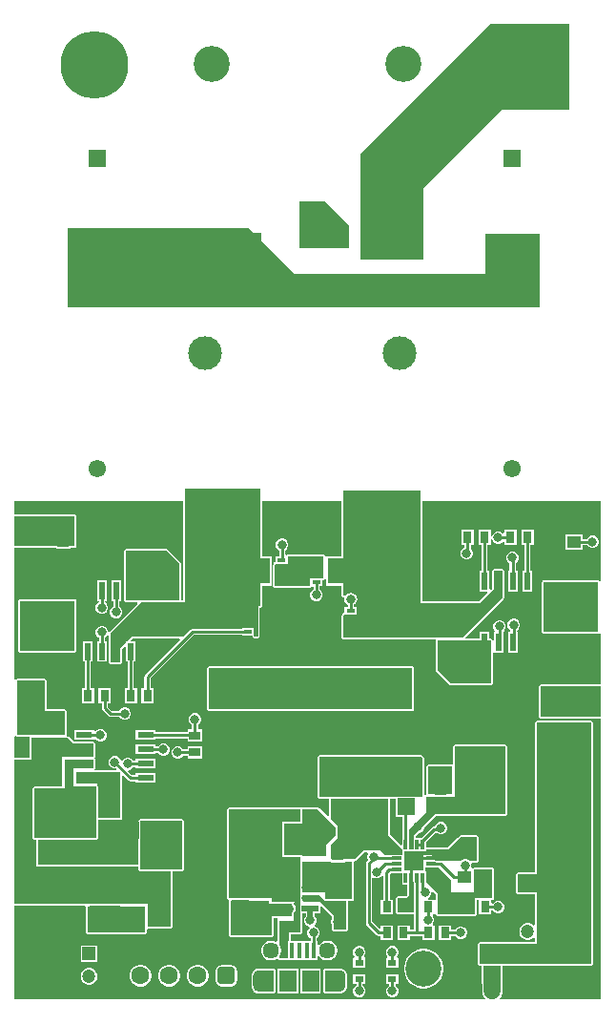
<source format=gbr>
G04*
G04 #@! TF.GenerationSoftware,Altium Limited,Altium Designer,24.6.1 (21)*
G04*
G04 Layer_Physical_Order=1*
G04 Layer_Color=255*
%FSLAX25Y25*%
%MOIN*%
G70*
G04*
G04 #@! TF.SameCoordinates,3E969972-8C0A-4DBC-9D31-E8772DB7AAD8*
G04*
G04*
G04 #@! TF.FilePolarity,Positive*
G04*
G01*
G75*
%ADD14C,0.01000*%
%ADD16C,0.01968*%
%ADD17R,0.04921X0.04803*%
%ADD18R,0.06614X0.06614*%
%ADD19R,0.01181X0.03543*%
%ADD20R,0.03543X0.01181*%
%ADD21R,0.07500X0.10984*%
%ADD22R,0.04758X0.03985*%
%ADD23R,0.03985X0.04758*%
%ADD24R,0.05906X0.06102*%
%ADD25R,0.01575X0.05315*%
%ADD26R,0.05906X0.07480*%
G04:AMPARAMS|DCode=27|XSize=59.26mil|YSize=22.43mil|CornerRadius=11.22mil|HoleSize=0mil|Usage=FLASHONLY|Rotation=180.000|XOffset=0mil|YOffset=0mil|HoleType=Round|Shape=RoundedRectangle|*
%AMROUNDEDRECTD27*
21,1,0.05926,0.00000,0,0,180.0*
21,1,0.03683,0.02243,0,0,180.0*
1,1,0.02243,-0.01841,0.00000*
1,1,0.02243,0.01841,0.00000*
1,1,0.02243,0.01841,0.00000*
1,1,0.02243,-0.01841,0.00000*
%
%ADD27ROUNDEDRECTD27*%
%ADD28R,0.05926X0.02243*%
%ADD29R,0.06102X0.05906*%
%ADD30R,0.10630X0.12992*%
%ADD31R,0.10630X0.03937*%
%ADD32R,0.03937X0.03150*%
%ADD33R,0.05750X0.02200*%
%ADD34R,0.03150X0.02362*%
%ADD35R,0.22047X0.05118*%
%ADD36R,0.03150X0.03937*%
%ADD37R,0.02362X0.03150*%
%ADD38R,0.09449X0.05118*%
%ADD39R,0.25591X0.24410*%
%ADD40R,0.02200X0.05900*%
%ADD41R,0.03150X0.01339*%
%ADD42R,0.02559X0.01339*%
%ADD43R,0.06732X0.09016*%
%ADD44R,0.09300X0.21200*%
%ADD45C,0.05709*%
%ADD46R,0.04724X0.04724*%
%ADD47C,0.04724*%
%ADD48C,0.06299*%
G04:AMPARAMS|DCode=49|XSize=62.99mil|YSize=62.99mil|CornerRadius=15.75mil|HoleSize=0mil|Usage=FLASHONLY|Rotation=180.000|XOffset=0mil|YOffset=0mil|HoleType=Round|Shape=RoundedRectangle|*
%AMROUNDEDRECTD49*
21,1,0.06299,0.03150,0,0,180.0*
21,1,0.03150,0.06299,0,0,180.0*
1,1,0.03150,-0.01575,0.01575*
1,1,0.03150,0.01575,0.01575*
1,1,0.03150,0.01575,-0.01575*
1,1,0.03150,-0.01575,-0.01575*
%
%ADD49ROUNDEDRECTD49*%
%ADD50C,0.12598*%
%ADD51C,0.23622*%
%ADD52R,0.06102X0.06102*%
%ADD53C,0.06102*%
%ADD54C,0.11811*%
%ADD55C,0.03150*%
%ADD56C,0.05906*%
%ADD57C,0.07874*%
G36*
X369000Y458347D02*
Y450347D01*
X351500D01*
Y466847D01*
X360500D01*
X369000Y458347D01*
D02*
G37*
G36*
X446000Y498846D02*
X422500D01*
X395000Y471347D01*
Y446347D01*
X373000D01*
Y483347D01*
X418500Y528847D01*
X446000D01*
Y498846D01*
D02*
G37*
G36*
X350000Y441347D02*
X416500Y441347D01*
Y455346D01*
X435500D01*
Y429846D01*
X270500D01*
Y457346D01*
X334000D01*
X350000Y441347D01*
D02*
G37*
G36*
X273000Y346346D02*
X252000D01*
Y356846D01*
X273000D01*
Y346346D01*
D02*
G37*
G36*
X457000Y334282D02*
X456500Y334183D01*
X456452Y334298D01*
X456000Y334486D01*
X455142D01*
X455037Y334442D01*
X447963D01*
X447858Y334486D01*
X437000D01*
X436664Y334347D01*
X436548Y334298D01*
X436361Y333846D01*
Y316347D01*
X436548Y315895D01*
X437000Y315707D01*
X456000D01*
X456452Y315895D01*
X456500Y316010D01*
X457000Y315911D01*
Y315347D01*
Y298346D01*
Y297986D01*
X443338D01*
Y298133D01*
X438172D01*
Y297986D01*
X436000D01*
X435548Y297798D01*
X435361Y297346D01*
Y286846D01*
X435548Y286395D01*
X436000Y286207D01*
X457000D01*
Y188000D01*
X421688D01*
X421577Y188325D01*
X421548Y188500D01*
X422095Y189213D01*
X422452Y190075D01*
X422574Y191000D01*
Y193413D01*
X422642D01*
Y199707D01*
X453500D01*
X453952Y199894D01*
X454139Y200346D01*
Y284846D01*
X453952Y285298D01*
X453500Y285486D01*
X434500D01*
X434048Y285298D01*
X433861Y284846D01*
Y277346D01*
Y245182D01*
X433910Y245065D01*
Y244938D01*
X433947Y244847D01*
X434000D01*
Y233347D01*
X433947D01*
X433910Y233255D01*
Y233128D01*
X433861Y233010D01*
Y232486D01*
X428000D01*
X427548Y232298D01*
X427361Y231846D01*
Y225346D01*
X427548Y224894D01*
X428000Y224707D01*
X433861D01*
Y214160D01*
X433361Y213953D01*
X433167Y214146D01*
X432494Y214535D01*
X431743Y214736D01*
X430966D01*
X430215Y214535D01*
X429541Y214146D01*
X428992Y213597D01*
X428603Y212923D01*
X428402Y212172D01*
Y211395D01*
X428603Y210644D01*
X428992Y209970D01*
X429541Y209421D01*
X430215Y209032D01*
X430966Y208831D01*
X431743D01*
X432494Y209032D01*
X433167Y209421D01*
X433361Y209614D01*
X433861Y209407D01*
Y207986D01*
X414500D01*
X414048Y207799D01*
X413861Y207347D01*
Y200346D01*
X414048Y199894D01*
X414500Y199707D01*
X415358D01*
Y193413D01*
X415426D01*
Y191000D01*
X415548Y190075D01*
X415905Y189213D01*
X416452Y188500D01*
X416423Y188325D01*
X416312Y188000D01*
X252000D01*
Y220861D01*
X276570D01*
X276904Y220361D01*
X276871Y220283D01*
Y220156D01*
X276823Y220038D01*
X276861Y219946D01*
Y211500D01*
X277048Y211048D01*
X277500Y210861D01*
X297500D01*
X297952Y211048D01*
X298139Y211500D01*
Y212620D01*
X298500Y212861D01*
X306500D01*
X306952Y213048D01*
X307139Y213500D01*
Y224006D01*
X307165Y224069D01*
Y224931D01*
X307139Y224994D01*
Y232861D01*
X310500D01*
X310952Y233048D01*
X311139Y233500D01*
Y250500D01*
X310952Y250952D01*
X310500Y251139D01*
X296000D01*
X295548Y250952D01*
X295361Y250500D01*
Y243358D01*
Y235139D01*
X289520D01*
X289510Y235135D01*
X277718D01*
X277709Y235139D01*
X260139D01*
Y243861D01*
X280500D01*
X280952Y244048D01*
X281139Y244500D01*
Y250707D01*
X289000D01*
X289452Y250894D01*
X289639Y251346D01*
Y265982D01*
X290101Y266173D01*
X291714Y264560D01*
X291714Y264560D01*
X292074Y264319D01*
X292500Y264234D01*
X294260D01*
Y263656D01*
X301190D01*
Y267037D01*
X294260D01*
Y266458D01*
X292961D01*
X291700Y267719D01*
X291891Y268181D01*
X291931D01*
X292727Y268511D01*
X293336Y269120D01*
X293383Y269234D01*
X294260D01*
Y268656D01*
X301190D01*
Y272037D01*
X294260D01*
Y271458D01*
X293383D01*
X293336Y271573D01*
X292727Y272182D01*
X291931Y272512D01*
X291069D01*
X290273Y272182D01*
X289664Y271573D01*
X289624Y271476D01*
X289083D01*
X288836Y272073D01*
X288227Y272682D01*
X287431Y273012D01*
X286569D01*
X285773Y272682D01*
X285164Y272073D01*
X284835Y271277D01*
Y270416D01*
X285164Y269620D01*
X285773Y269011D01*
X286569Y268681D01*
X287407D01*
X287544Y268548D01*
X287597Y268486D01*
X287366Y267986D01*
X280196D01*
X279990Y268486D01*
X280139Y268847D01*
Y271847D01*
X280109Y271919D01*
X279968Y272346D01*
X280109Y272775D01*
X280139Y272847D01*
Y277346D01*
X279952Y277799D01*
X279500Y277986D01*
X272765D01*
X270952Y279799D01*
X270526Y279975D01*
X270298Y280108D01*
X270139Y280346D01*
Y288846D01*
X269952Y289299D01*
X269500Y289486D01*
X263139D01*
Y299346D01*
X262952Y299798D01*
X262500Y299986D01*
X253000D01*
X252548Y299798D01*
X252500Y299682D01*
X252000Y299782D01*
Y327847D01*
Y345346D01*
Y345707D01*
X266417D01*
Y345534D01*
X271583D01*
Y345707D01*
X273000D01*
X273452Y345895D01*
X273639Y346346D01*
Y356846D01*
X273452Y357298D01*
X273000Y357486D01*
X252000D01*
Y362000D01*
X310861D01*
Y327486D01*
X310139D01*
X310139Y340347D01*
X309952Y340798D01*
X305452Y345298D01*
X305000Y345486D01*
X291000Y345486D01*
X290548Y345299D01*
X290361Y344847D01*
Y327346D01*
X290548Y326894D01*
X291000Y326707D01*
X294804D01*
X294995Y326245D01*
X285165Y316416D01*
X284665Y316582D01*
Y316777D01*
X284336Y317573D01*
X283727Y318182D01*
X282931Y318512D01*
X282069D01*
X281273Y318182D01*
X280664Y317573D01*
X280335Y316777D01*
Y315916D01*
X280664Y315120D01*
X281273Y314511D01*
X281388Y314463D01*
Y313069D01*
X280809D01*
Y305988D01*
X284191D01*
Y313069D01*
X283612D01*
Y314463D01*
X283727Y314511D01*
X284336Y315120D01*
X284361Y315180D01*
X284861Y315081D01*
Y305847D01*
X285048Y305395D01*
X285500Y305207D01*
X289000D01*
X289452Y305395D01*
X289639Y305847D01*
Y310582D01*
X290348Y311290D01*
X290809Y311099D01*
Y305988D01*
X291388D01*
Y296737D01*
X290382D01*
Y291619D01*
X294713D01*
Y296737D01*
X293612D01*
Y305988D01*
X294191D01*
Y313069D01*
X292780D01*
X292588Y313531D01*
X293265Y314207D01*
X309635D01*
X309826Y313745D01*
X297667Y301586D01*
X297426Y301225D01*
X297341Y300799D01*
X297341Y300799D01*
Y296737D01*
X296287D01*
Y291619D01*
X300618D01*
Y296737D01*
X299565D01*
Y300339D01*
X314622Y315396D01*
X331374D01*
Y315248D01*
X335066D01*
X335131Y315091D01*
X335155Y314923D01*
X335392Y314521D01*
X335459Y314471D01*
X335490Y314394D01*
X335648Y314329D01*
X335784Y314227D01*
X335866Y314239D01*
X335942Y314207D01*
X336806D01*
X336882Y314239D01*
X336965Y314227D01*
X337101Y314329D01*
X337258Y314394D01*
X337289Y314471D01*
X337356Y314521D01*
X337593Y314923D01*
X337617Y315091D01*
X337683Y315248D01*
Y324806D01*
X338000D01*
X338452Y324993D01*
X338639Y325445D01*
Y332583D01*
X341808D01*
Y342780D01*
X338639D01*
Y362000D01*
X366361D01*
Y342780D01*
X361101D01*
X360909Y342808D01*
X360558Y343041D01*
X360452Y343299D01*
X360000Y343486D01*
X347950D01*
X347907Y343468D01*
X347861Y343479D01*
X347389Y343413D01*
X347214Y343310D01*
X347112Y343268D01*
X346612Y343472D01*
Y344963D01*
X346727Y345011D01*
X347336Y345620D01*
X347665Y346416D01*
Y347277D01*
X347336Y348073D01*
X346727Y348682D01*
X345931Y349012D01*
X345069D01*
X344273Y348682D01*
X343664Y348073D01*
X343335Y347277D01*
Y346416D01*
X343664Y345620D01*
X344273Y345011D01*
X344388Y344963D01*
Y342780D01*
X343147D01*
Y340900D01*
X343010Y340843D01*
X342862Y340832D01*
X342793Y340753D01*
X342695Y340712D01*
X342638Y340575D01*
X342541Y340463D01*
X342394Y340024D01*
X342401Y339919D01*
X342361Y339821D01*
Y332347D01*
X342548Y331894D01*
X343000Y331707D01*
X354879D01*
X355036Y331772D01*
X355204Y331796D01*
X355605Y332033D01*
X355656Y332099D01*
X355733Y332131D01*
X356186Y332194D01*
X356303Y332166D01*
X356388Y332090D01*
Y331230D01*
X356273Y331182D01*
X355664Y330573D01*
X355335Y329777D01*
Y328916D01*
X355664Y328120D01*
X356273Y327511D01*
X357069Y327181D01*
X357931D01*
X358727Y327511D01*
X359336Y328120D01*
X359665Y328916D01*
Y329777D01*
X359336Y330573D01*
X358727Y331182D01*
X358612Y331230D01*
Y332583D01*
X359612D01*
Y334464D01*
X359789Y334537D01*
X359976Y334578D01*
X360364Y334847D01*
X360397Y334897D01*
X360452Y334920D01*
X360950Y334816D01*
Y332583D01*
X366361D01*
Y329132D01*
X366373Y329102D01*
X366364Y329070D01*
X366465Y328880D01*
X366548Y328680D01*
X366579Y328668D01*
X366594Y328638D01*
X366694Y328557D01*
X366710Y328552D01*
X366718Y328538D01*
X366884Y328496D01*
X367187Y328349D01*
X367295Y328071D01*
X367335Y327934D01*
Y327416D01*
X367664Y326620D01*
X368273Y326011D01*
X368388Y325963D01*
Y325106D01*
X367335D01*
Y323689D01*
X367310Y323225D01*
X367098Y323128D01*
X366883Y323039D01*
X366878Y323026D01*
X366866Y323021D01*
X366531Y322659D01*
X366450Y322441D01*
X366361Y322225D01*
Y314347D01*
X366548Y313895D01*
X367000Y313707D01*
X399120D01*
X399361Y313347D01*
Y302847D01*
X399548Y302395D01*
X404048Y297895D01*
X404500Y297707D01*
X418500D01*
X418952Y297895D01*
X419139Y298346D01*
Y309106D01*
X419564Y309287D01*
X419639Y309287D01*
X422945D01*
Y316368D01*
X422945Y316368D01*
X422945D01*
X422945Y316368D01*
X423043Y316828D01*
X423336Y317120D01*
X423665Y317916D01*
Y318777D01*
X423336Y319573D01*
X422727Y320182D01*
X421931Y320512D01*
X421069D01*
X420273Y320182D01*
X419664Y319573D01*
X419335Y318777D01*
Y317916D01*
X419664Y317120D01*
X419916Y316868D01*
X419709Y316368D01*
X419564D01*
Y313627D01*
X419064Y313527D01*
X418952Y313798D01*
X418500Y313986D01*
X417945D01*
Y316368D01*
X414564D01*
Y313986D01*
X409696D01*
X409505Y314448D01*
X422952Y327894D01*
X423139Y328346D01*
Y337846D01*
X422952Y338299D01*
X422500Y338486D01*
X419500D01*
X419048Y338299D01*
X418861Y337846D01*
Y331611D01*
X418407Y331158D01*
X417945Y331349D01*
Y337668D01*
X417367D01*
Y346919D01*
X418373D01*
Y348724D01*
X418873Y348823D01*
X419164Y348120D01*
X419773Y347511D01*
X420569Y347181D01*
X421431D01*
X422227Y347511D01*
X422637Y347921D01*
X423137Y347714D01*
Y346919D01*
X427468D01*
Y352037D01*
X423137D01*
Y350979D01*
X422637Y350772D01*
X422227Y351182D01*
X421431Y351512D01*
X420569D01*
X419773Y351182D01*
X419164Y350573D01*
X418873Y349870D01*
X418373Y349969D01*
Y352037D01*
X414042D01*
Y346919D01*
X415143D01*
Y337668D01*
X414564D01*
Y330587D01*
X417183D01*
X417375Y330125D01*
X414235Y326986D01*
X394639D01*
Y362000D01*
X457000D01*
Y334282D01*
D02*
G37*
G36*
X456000Y316347D02*
X437000D01*
Y333846D01*
X447858D01*
Y333803D01*
X455142D01*
Y333846D01*
X456000D01*
Y316347D01*
D02*
G37*
G36*
X360000Y335372D02*
X359612Y335103D01*
X355281D01*
Y332583D01*
X354879Y332347D01*
X343000D01*
Y339821D01*
X343147Y340260D01*
X347478D01*
Y342780D01*
X347950Y342846D01*
X360000D01*
Y335372D01*
D02*
G37*
G36*
X305000Y344847D02*
X309500Y340347D01*
X309500Y327346D01*
X291000D01*
Y344847D01*
X305000Y344847D01*
D02*
G37*
G36*
X338000Y325445D02*
X337043D01*
Y315248D01*
X336806Y314846D01*
X335942D01*
X335705Y315248D01*
Y317768D01*
X331374D01*
Y317620D01*
X314161D01*
X313736Y317535D01*
X313375Y317294D01*
X313375Y317294D01*
X310928Y314846D01*
X293000D01*
X291222Y313069D01*
X290809D01*
Y312656D01*
X289000Y310846D01*
Y305847D01*
X285500D01*
Y315846D01*
X296361Y326707D01*
X309500D01*
X309836Y326847D01*
X311500D01*
Y366347D01*
X338000D01*
Y325445D01*
D02*
G37*
G36*
X394000Y326346D02*
X414500D01*
X419500Y331347D01*
Y337846D01*
X422500D01*
Y328346D01*
X408500Y314347D01*
X367000D01*
Y322225D01*
X367335Y322587D01*
X367500Y322587D01*
X371665D01*
Y325106D01*
X370612D01*
Y325985D01*
X371061Y326285D01*
X371540Y327002D01*
X371708Y327847D01*
X371540Y328691D01*
X371061Y329408D01*
X370345Y329886D01*
X369500Y330054D01*
X368655Y329886D01*
X367939Y329408D01*
X367767Y329150D01*
X367099Y329051D01*
X367000Y329132D01*
Y365846D01*
X394000D01*
Y326346D01*
D02*
G37*
G36*
X418500Y298346D02*
X404500D01*
X400000Y302847D01*
Y313347D01*
X418500D01*
Y298346D01*
D02*
G37*
G36*
X457000Y286846D02*
X436000D01*
Y297346D01*
X457000D01*
Y286846D01*
D02*
G37*
G36*
X262500Y288846D02*
X269500D01*
Y280346D01*
X253000D01*
Y299346D01*
X262500D01*
Y288846D01*
D02*
G37*
G36*
X252548Y279894D02*
X253000Y279707D01*
X257120D01*
X257361Y279346D01*
Y272486D01*
X252000D01*
Y279911D01*
X252500Y280010D01*
X252548Y279894D01*
D02*
G37*
G36*
X289000Y267274D02*
Y251346D01*
X281139D01*
Y262347D01*
X281000Y262683D01*
Y263347D01*
X273500D01*
Y267347D01*
X288928D01*
X289000Y267274D01*
D02*
G37*
G36*
X279296Y271847D02*
X279500D01*
Y268847D01*
X272500D01*
Y262347D01*
X280500D01*
Y244500D01*
X259000D01*
Y261846D01*
X269500D01*
Y271847D01*
X269521Y271868D01*
X279274D01*
X279296Y271847D01*
D02*
G37*
G36*
X310500Y233500D02*
X296000D01*
Y243358D01*
Y250500D01*
X310500D01*
Y233500D01*
D02*
G37*
G36*
X272500Y277346D02*
X279500D01*
Y272847D01*
X268500D01*
Y262486D01*
X259000D01*
X258548Y262298D01*
X258361Y261846D01*
Y244500D01*
X258548Y244048D01*
X259000Y243861D01*
X259500D01*
Y234500D01*
X277709D01*
Y234496D01*
X289520D01*
Y234500D01*
X295361D01*
Y233500D01*
X295500Y233164D01*
Y233000D01*
X295664D01*
X296000Y232861D01*
X306500D01*
Y213500D01*
X298500D01*
Y221500D01*
X289520D01*
Y221504D01*
X277709D01*
Y221500D01*
X252000D01*
Y271847D01*
X258000D01*
Y279346D01*
X270500D01*
X272500Y277346D01*
D02*
G37*
G36*
X297500Y211500D02*
X277500D01*
Y220000D01*
X277462Y220038D01*
X277653Y220500D01*
X297500D01*
Y211500D01*
D02*
G37*
G36*
X453500Y200346D02*
X422642D01*
Y200500D01*
X419232D01*
X419000Y200531D01*
X418768Y200500D01*
X415358D01*
Y200346D01*
X414500D01*
Y207347D01*
X434500D01*
Y225346D01*
X428000D01*
Y231846D01*
X434500D01*
Y233010D01*
X434639Y233347D01*
Y244847D01*
X434500Y245182D01*
Y277346D01*
Y284846D01*
X453500D01*
Y200346D01*
D02*
G37*
%LPC*%
G36*
X450626Y350429D02*
X444688D01*
Y345264D01*
X450626D01*
Y346734D01*
X452117D01*
X452164Y346620D01*
X452773Y346011D01*
X453569Y345681D01*
X454431D01*
X455227Y346011D01*
X455836Y346620D01*
X456165Y347416D01*
Y348277D01*
X455836Y349073D01*
X455227Y349682D01*
X454431Y350012D01*
X453569D01*
X452773Y349682D01*
X452164Y349073D01*
X452117Y348958D01*
X450626D01*
Y350429D01*
D02*
G37*
G36*
X412468Y352037D02*
X408137D01*
Y346919D01*
X409190D01*
Y345855D01*
X408773Y345682D01*
X408164Y345073D01*
X407835Y344277D01*
Y343416D01*
X408164Y342620D01*
X408773Y342011D01*
X409569Y341681D01*
X410431D01*
X411227Y342011D01*
X411836Y342620D01*
X412165Y343416D01*
Y344277D01*
X411836Y345073D01*
X411414Y345495D01*
Y346919D01*
X412468D01*
Y352037D01*
D02*
G37*
G36*
X433373D02*
X429042D01*
Y346919D01*
X430143D01*
Y337668D01*
X429564D01*
Y330587D01*
X432945D01*
Y337668D01*
X432367D01*
Y346919D01*
X433373D01*
Y350847D01*
Y352037D01*
D02*
G37*
G36*
X426431Y344512D02*
X425569D01*
X424773Y344182D01*
X424164Y343573D01*
X423835Y342777D01*
Y341916D01*
X424164Y341120D01*
X424773Y340511D01*
X425015Y340410D01*
Y337668D01*
X424564D01*
Y330587D01*
X427946D01*
Y337668D01*
X427239D01*
Y340524D01*
X427836Y341120D01*
X428165Y341916D01*
Y342777D01*
X427836Y343573D01*
X427227Y344182D01*
X426431Y344512D01*
D02*
G37*
G36*
X284191Y334369D02*
X280809D01*
Y327847D01*
Y327288D01*
X281388D01*
Y326730D01*
X281273Y326682D01*
X280664Y326073D01*
X280335Y325277D01*
Y324416D01*
X280664Y323620D01*
X281273Y323011D01*
X282069Y322681D01*
X282931D01*
X283727Y323011D01*
X284336Y323620D01*
X284665Y324416D01*
Y325277D01*
X284336Y326073D01*
X283727Y326682D01*
X283612Y326730D01*
Y327288D01*
X284191D01*
Y334244D01*
Y334369D01*
D02*
G37*
G36*
X289191D02*
X285809D01*
Y327288D01*
X286388D01*
Y325230D01*
X286273Y325182D01*
X285664Y324573D01*
X285335Y323777D01*
Y322916D01*
X285664Y322120D01*
X286273Y321511D01*
X287069Y321181D01*
X287931D01*
X288727Y321511D01*
X289336Y322120D01*
X289665Y322916D01*
Y323777D01*
X289336Y324573D01*
X288727Y325182D01*
X288612Y325230D01*
Y327288D01*
X289191D01*
Y334369D01*
D02*
G37*
G36*
X426931Y321012D02*
X426069D01*
X425273Y320682D01*
X424664Y320073D01*
X424335Y319277D01*
Y318416D01*
X424664Y317620D01*
X425266Y317019D01*
Y316368D01*
X424564D01*
Y309704D01*
Y309287D01*
X427946D01*
Y315347D01*
Y316368D01*
X427489D01*
Y316913D01*
X427727Y317011D01*
X428336Y317620D01*
X428665Y318416D01*
Y319277D01*
X428336Y320073D01*
X427727Y320682D01*
X426931Y321012D01*
D02*
G37*
G36*
X273000Y327847D02*
X254000D01*
X253548Y327659D01*
X253361Y327207D01*
Y309846D01*
X253548Y309395D01*
X254000Y309207D01*
X273000D01*
X273452Y309395D01*
X273639Y309846D01*
Y327207D01*
X273452Y327659D01*
X273000Y327847D01*
D02*
G37*
G36*
X279190Y313069D02*
X275810D01*
Y305988D01*
X276388D01*
Y296737D01*
X275429D01*
Y292347D01*
Y291619D01*
X279760D01*
Y296737D01*
X278612D01*
Y305988D01*
X279190D01*
Y313069D01*
D02*
G37*
G36*
X391000Y304486D02*
X320000D01*
X319548Y304298D01*
X319361Y303847D01*
Y289347D01*
X319548Y288895D01*
X320000Y288707D01*
X391000D01*
X391452Y288895D01*
X391639Y289347D01*
Y303847D01*
X391452Y304298D01*
X391000Y304486D01*
D02*
G37*
G36*
X285665Y296737D02*
X281335D01*
Y291619D01*
X282388D01*
Y289846D01*
X282388Y289846D01*
X282473Y289421D01*
X282714Y289060D01*
X284714Y287060D01*
X284714Y287060D01*
X285074Y286819D01*
X285500Y286735D01*
X285500Y286735D01*
X288617D01*
X288664Y286620D01*
X289273Y286011D01*
X290069Y285681D01*
X290931D01*
X291727Y286011D01*
X292336Y286620D01*
X292665Y287416D01*
Y288277D01*
X292336Y289073D01*
X291727Y289682D01*
X290931Y290012D01*
X290069D01*
X289273Y289682D01*
X288664Y289073D01*
X288617Y288958D01*
X285961D01*
X284612Y290307D01*
Y291619D01*
X285665D01*
Y296737D01*
D02*
G37*
G36*
X282431Y282512D02*
X281569D01*
X280773Y282182D01*
X280241Y281649D01*
X279880Y281727D01*
X279741Y281803D01*
Y282037D01*
X272810D01*
Y278656D01*
X279741D01*
Y278890D01*
X279880Y278966D01*
X280241Y279044D01*
X280773Y278511D01*
X281569Y278181D01*
X282431D01*
X283227Y278511D01*
X283836Y279120D01*
X284165Y279916D01*
Y280777D01*
X283836Y281573D01*
X283227Y282182D01*
X282431Y282512D01*
D02*
G37*
G36*
X315431Y288012D02*
X314569D01*
X313773Y287682D01*
X313164Y287073D01*
X312835Y286277D01*
Y285416D01*
X313164Y284620D01*
X313773Y284011D01*
X313888Y283963D01*
Y282465D01*
X312441D01*
Y281458D01*
X301190D01*
Y282037D01*
X294260D01*
Y278656D01*
X301190D01*
Y279235D01*
X312441D01*
Y278134D01*
X317559D01*
Y282465D01*
X316112D01*
Y283963D01*
X316227Y284011D01*
X316836Y284620D01*
X317165Y285416D01*
Y286277D01*
X316836Y287073D01*
X316227Y287682D01*
X315431Y288012D01*
D02*
G37*
G36*
X304431Y277512D02*
X303569D01*
X302773Y277182D01*
X302164Y276573D01*
X302117Y276458D01*
X301190D01*
Y277037D01*
X294260D01*
Y273656D01*
X301190D01*
Y274235D01*
X302117D01*
X302164Y274120D01*
X302773Y273511D01*
X303569Y273181D01*
X304431D01*
X305227Y273511D01*
X305836Y274120D01*
X306165Y274916D01*
Y275777D01*
X305836Y276573D01*
X305227Y277182D01*
X304431Y277512D01*
D02*
G37*
G36*
X317559Y276559D02*
X312441D01*
Y275458D01*
X310883D01*
X310836Y275573D01*
X310227Y276182D01*
X309431Y276512D01*
X308569D01*
X307773Y276182D01*
X307164Y275573D01*
X306835Y274777D01*
Y273916D01*
X307164Y273120D01*
X307773Y272511D01*
X308569Y272181D01*
X309431D01*
X310227Y272511D01*
X310836Y273120D01*
X310883Y273235D01*
X312441D01*
Y272228D01*
X317559D01*
Y276559D01*
D02*
G37*
G36*
X423500Y276986D02*
X406000D01*
X405548Y276799D01*
X405361Y276346D01*
Y270227D01*
X405000Y269986D01*
X396500D01*
X396048Y269798D01*
X395861Y269346D01*
Y259846D01*
X395583Y259360D01*
X395139Y259543D01*
Y272346D01*
X394952Y272798D01*
X394452Y273299D01*
X394000Y273486D01*
X358500D01*
X358048Y273299D01*
X357861Y272847D01*
Y258846D01*
X358048Y258395D01*
X358500Y258207D01*
X361861D01*
Y252197D01*
X361399Y252005D01*
X358452Y254952D01*
X358000Y255139D01*
X352639D01*
X352320Y255007D01*
X352000Y255139D01*
X327000D01*
X326548Y254952D01*
X326361Y254500D01*
Y223500D01*
X326548Y223048D01*
X326861Y222500D01*
Y210500D01*
X327048Y210048D01*
X327500Y209861D01*
X342000D01*
X342452Y210048D01*
X342639Y210500D01*
Y216361D01*
X343804D01*
X344010Y215861D01*
X343861Y215500D01*
Y208444D01*
X343361Y208156D01*
X342987Y208371D01*
X342111Y208606D01*
X341204D01*
X340328Y208371D01*
X339542Y207918D01*
X338901Y207277D01*
X338447Y206491D01*
X338213Y205615D01*
Y204708D01*
X338447Y203832D01*
X338901Y203046D01*
X339542Y202405D01*
X340328Y201951D01*
X341204Y201716D01*
X342111D01*
X342987Y201951D01*
X343439Y202212D01*
X344048Y202048D01*
X344500Y201861D01*
X347563D01*
X347690Y201913D01*
X357996D01*
Y203068D01*
X358496Y203202D01*
X358586Y203046D01*
X359227Y202405D01*
X360013Y201951D01*
X360889Y201716D01*
X361796D01*
X362672Y201951D01*
X363458Y202405D01*
X364099Y203046D01*
X364553Y203832D01*
X364787Y204708D01*
Y205615D01*
X364553Y206491D01*
X364099Y207277D01*
X363458Y207918D01*
X362672Y208371D01*
X361796Y208606D01*
X360889D01*
X360013Y208371D01*
X359227Y207918D01*
X358586Y207277D01*
X358496Y207121D01*
X357996Y207255D01*
Y208410D01*
X357671D01*
Y209488D01*
X357727Y209511D01*
X358336Y210120D01*
X358665Y210916D01*
Y211777D01*
X358336Y212573D01*
X357727Y213182D01*
X356931Y213512D01*
X356747Y214012D01*
X357172Y214437D01*
X357502Y215233D01*
Y216094D01*
X357172Y216890D01*
X356942Y217120D01*
Y218048D01*
X358890D01*
Y220553D01*
X359352Y220744D01*
X362861Y217235D01*
Y216170D01*
X362617Y215582D01*
Y214720D01*
X362861Y214132D01*
Y212500D01*
X363048Y212048D01*
X363500Y211861D01*
X368000D01*
X368452Y212048D01*
X368639Y212500D01*
Y222361D01*
X370000D01*
X370452Y222548D01*
X370639Y223000D01*
Y236000D01*
X370798Y236238D01*
X371026Y236372D01*
X371452Y236548D01*
X374265Y239361D01*
X375210D01*
X375479Y238861D01*
X375231Y238261D01*
Y237400D01*
X375448Y236874D01*
X375048Y236474D01*
X374807Y236113D01*
X374723Y235688D01*
X374723Y235688D01*
Y214665D01*
X374723Y214665D01*
X374807Y214240D01*
X375048Y213879D01*
X378367Y210560D01*
X378367Y210560D01*
X378728Y210319D01*
X379153Y210234D01*
X379154Y210234D01*
X379882D01*
Y208787D01*
X384213D01*
Y213906D01*
X379882D01*
Y212898D01*
X379382Y212691D01*
X376947Y215126D01*
Y230338D01*
X377447Y230593D01*
X378069Y230335D01*
X378931D01*
X379727Y230664D01*
X380336Y231273D01*
X380388Y231400D01*
X380888Y231300D01*
Y222905D01*
X379882D01*
Y217787D01*
X384213D01*
Y222905D01*
X383112D01*
Y231886D01*
X383433Y232207D01*
X385598D01*
X385598Y232207D01*
X385706Y232228D01*
X387461D01*
Y228095D01*
X389361D01*
Y224611D01*
X388735Y223986D01*
X386000D01*
X385548Y223798D01*
X385361Y223346D01*
Y218347D01*
X385548Y217895D01*
X385787Y217795D01*
Y217787D01*
X385806D01*
X386000Y217707D01*
X391467D01*
Y212458D01*
X390118D01*
Y213906D01*
X385787D01*
Y208787D01*
X390118D01*
Y210234D01*
X394382D01*
Y208787D01*
X398713D01*
Y213906D01*
X398328D01*
X398121Y214405D01*
X398336Y214620D01*
X398665Y215416D01*
Y216277D01*
X398336Y217073D01*
X398121Y217287D01*
X398328Y217787D01*
X398713D01*
Y222905D01*
X396572D01*
X396473Y223406D01*
X396727Y223511D01*
X397336Y224120D01*
X397665Y224916D01*
Y225570D01*
X398165Y225777D01*
X399361Y224582D01*
Y217846D01*
X399548Y217394D01*
X400000Y217207D01*
X413000D01*
X413452Y217394D01*
X413639Y217846D01*
Y222707D01*
X414335D01*
Y217787D01*
X418665D01*
Y219018D01*
X419159Y219119D01*
X419165Y219119D01*
X419773Y218511D01*
X420569Y218181D01*
X421431D01*
X422227Y218511D01*
X422836Y219120D01*
X423165Y219916D01*
Y220777D01*
X422836Y221573D01*
X422227Y222182D01*
X421431Y222512D01*
X420569D01*
X419773Y222182D01*
X419165Y221574D01*
X419159Y221574D01*
X418665Y221675D01*
Y222707D01*
X419000D01*
X419452Y222895D01*
X419639Y223346D01*
Y233347D01*
X419452Y233799D01*
X419000Y233986D01*
X412500D01*
X412048Y233799D01*
X411954Y233806D01*
X411631Y234333D01*
X411665Y234416D01*
Y235277D01*
X411659Y235292D01*
X411937Y235707D01*
X413500D01*
X413952Y235894D01*
X414139Y236347D01*
Y237205D01*
Y244847D01*
X413952Y245299D01*
X413500Y245486D01*
X408000D01*
X407548Y245299D01*
X406738Y244488D01*
X406413D01*
Y244164D01*
X403235Y240986D01*
X395728D01*
Y243057D01*
X398971Y246300D01*
X399484D01*
X399773Y246011D01*
X400569Y245681D01*
X401431D01*
X402227Y246011D01*
X402836Y246620D01*
X403165Y247416D01*
Y248277D01*
X402836Y249073D01*
X402227Y249682D01*
X401431Y250012D01*
X400569D01*
X399773Y249682D01*
X399164Y249073D01*
X398946Y248547D01*
X398534D01*
X398108Y248462D01*
X397747Y248221D01*
X397747Y248221D01*
X394156Y244630D01*
X392256D01*
X392187Y245130D01*
X393239Y246181D01*
X393431D01*
X394227Y246511D01*
X394836Y247120D01*
X395165Y247916D01*
Y248108D01*
X399265Y252207D01*
X423500D01*
X423952Y252395D01*
X424139Y252847D01*
Y276346D01*
X423952Y276799D01*
X423500Y276986D01*
D02*
G37*
G36*
X404618Y213906D02*
X400287D01*
Y208787D01*
X404618D01*
Y210234D01*
X406072D01*
X406087Y210197D01*
X406697Y209588D01*
X407492Y209258D01*
X408354D01*
X409150Y209588D01*
X409759Y210197D01*
X410089Y210993D01*
Y211854D01*
X409759Y212650D01*
X409150Y213259D01*
X408354Y213589D01*
X407492D01*
X406697Y213259D01*
X406087Y212650D01*
X406008Y212458D01*
X404618D01*
Y213906D01*
D02*
G37*
G36*
X280953Y206953D02*
X275047D01*
Y201047D01*
X280953D01*
Y206953D01*
D02*
G37*
G36*
X384431Y206665D02*
X383569D01*
X382773Y206336D01*
X382164Y205727D01*
X381835Y204931D01*
Y204069D01*
X382164Y203273D01*
X382312Y203126D01*
X382105Y202626D01*
X381835D01*
Y199083D01*
X386165D01*
Y202626D01*
X385895D01*
X385688Y203126D01*
X385836Y203273D01*
X386165Y204069D01*
Y204931D01*
X385836Y205727D01*
X385227Y206336D01*
X384431Y206665D01*
D02*
G37*
G36*
X372931D02*
X372069D01*
X371273Y206336D01*
X370664Y205727D01*
X370335Y204931D01*
Y204069D01*
X370664Y203273D01*
X370812Y203126D01*
X370605Y202626D01*
X370335D01*
Y199083D01*
X374665D01*
Y202626D01*
X374395D01*
X374188Y203126D01*
X374336Y203273D01*
X374665Y204069D01*
Y204931D01*
X374336Y205727D01*
X373727Y206336D01*
X372931Y206665D01*
D02*
G37*
G36*
X278389Y199079D02*
X277611D01*
X276860Y198878D01*
X276187Y198489D01*
X275637Y197939D01*
X275249Y197266D01*
X275047Y196515D01*
Y195737D01*
X275249Y194986D01*
X275637Y194313D01*
X276187Y193763D01*
X276860Y193375D01*
X277611Y193173D01*
X278389D01*
X279140Y193375D01*
X279813Y193763D01*
X280363Y194313D01*
X280751Y194986D01*
X280953Y195737D01*
Y196515D01*
X280751Y197266D01*
X280363Y197939D01*
X279813Y198489D01*
X279140Y198878D01*
X278389Y199079D01*
D02*
G37*
G36*
X316492Y200087D02*
X315508D01*
X314556Y199832D01*
X313703Y199339D01*
X313007Y198643D01*
X312515Y197790D01*
X312260Y196839D01*
Y195854D01*
X312515Y194903D01*
X313007Y194050D01*
X313703Y193354D01*
X314556Y192861D01*
X315508Y192606D01*
X316492D01*
X317444Y192861D01*
X318297Y193354D01*
X318993Y194050D01*
X319485Y194903D01*
X319740Y195854D01*
Y196839D01*
X319485Y197790D01*
X318993Y198643D01*
X318297Y199339D01*
X317444Y199832D01*
X316492Y200087D01*
D02*
G37*
G36*
X306492D02*
X305508D01*
X304556Y199832D01*
X303703Y199339D01*
X303007Y198643D01*
X302515Y197790D01*
X302260Y196839D01*
Y195854D01*
X302515Y194903D01*
X303007Y194050D01*
X303703Y193354D01*
X304556Y192861D01*
X305508Y192606D01*
X306492D01*
X307444Y192861D01*
X308296Y193354D01*
X308993Y194050D01*
X309485Y194903D01*
X309740Y195854D01*
Y196839D01*
X309485Y197790D01*
X308993Y198643D01*
X308296Y199339D01*
X307444Y199832D01*
X306492Y200087D01*
D02*
G37*
G36*
X296492D02*
X295508D01*
X294556Y199832D01*
X293704Y199339D01*
X293007Y198643D01*
X292515Y197790D01*
X292260Y196839D01*
Y195854D01*
X292515Y194903D01*
X293007Y194050D01*
X293704Y193354D01*
X294556Y192861D01*
X295508Y192606D01*
X296492D01*
X297444Y192861D01*
X298296Y193354D01*
X298993Y194050D01*
X299485Y194903D01*
X299740Y195854D01*
Y196839D01*
X299485Y197790D01*
X298993Y198643D01*
X298296Y199339D01*
X297444Y199832D01*
X296492Y200087D01*
D02*
G37*
G36*
X327575Y200129D02*
X324425D01*
X323580Y199961D01*
X322864Y199482D01*
X322386Y198766D01*
X322217Y197921D01*
Y194772D01*
X322386Y193927D01*
X322864Y193210D01*
X323580Y192732D01*
X324425Y192564D01*
X327575D01*
X328420Y192732D01*
X329136Y193210D01*
X329614Y193927D01*
X329783Y194772D01*
Y197921D01*
X329614Y198766D01*
X329136Y199482D01*
X328420Y199961D01*
X327575Y200129D01*
D02*
G37*
G36*
X395679Y205736D02*
X394321D01*
X392990Y205471D01*
X391737Y204952D01*
X390608Y204198D01*
X389648Y203238D01*
X388894Y202110D01*
X388375Y200856D01*
X388110Y199525D01*
Y198168D01*
X388375Y196837D01*
X388894Y195583D01*
X389648Y194455D01*
X390608Y193495D01*
X391737Y192741D01*
X392990Y192221D01*
X394321Y191957D01*
X395679D01*
X397010Y192221D01*
X398264Y192741D01*
X399392Y193495D01*
X400352Y194455D01*
X401106Y195583D01*
X401625Y196837D01*
X401890Y198168D01*
Y199525D01*
X401625Y200856D01*
X401106Y202110D01*
X400352Y203238D01*
X399392Y204198D01*
X398264Y204952D01*
X397010Y205471D01*
X395679Y205736D01*
D02*
G37*
G36*
X351106Y198862D02*
X344020D01*
Y190201D01*
X351106D01*
Y198862D01*
D02*
G37*
G36*
X358980Y198862D02*
X351894D01*
Y190201D01*
X358980D01*
Y198862D01*
D02*
G37*
G36*
X365673Y198911D02*
X360555D01*
X360103Y198724D01*
X359916Y198272D01*
Y190791D01*
X360103Y190339D01*
X360555Y190152D01*
X365673D01*
X365767Y190191D01*
X366341Y190267D01*
X366964Y190524D01*
X367498Y190935D01*
X367909Y191469D01*
X368166Y192092D01*
X368242Y192666D01*
X368281Y192760D01*
X368281Y196303D01*
X368242Y196397D01*
X368166Y196971D01*
X367909Y197594D01*
X367498Y198128D01*
X366964Y198538D01*
X366341Y198796D01*
X365767Y198872D01*
X365673Y198911D01*
D02*
G37*
G36*
X342445D02*
X337327D01*
X337233Y198872D01*
X336659Y198796D01*
X336036Y198538D01*
X335502Y198128D01*
X335091Y197594D01*
X334834Y196971D01*
X334758Y196397D01*
X334719Y196303D01*
X334719Y192760D01*
X334758Y192666D01*
X334834Y192092D01*
X335091Y191469D01*
X335502Y190935D01*
X336036Y190524D01*
X336659Y190267D01*
X337233Y190191D01*
X337327Y190152D01*
X342445D01*
X342897Y190339D01*
X343084Y190791D01*
Y198272D01*
X342897Y198724D01*
X342445Y198911D01*
D02*
G37*
G36*
X386165Y196917D02*
X381835D01*
Y193374D01*
X382888D01*
Y192883D01*
X382773Y192836D01*
X382164Y192227D01*
X381835Y191431D01*
Y190569D01*
X382164Y189773D01*
X382773Y189164D01*
X383569Y188835D01*
X384431D01*
X385227Y189164D01*
X385836Y189773D01*
X386165Y190569D01*
Y191431D01*
X385836Y192227D01*
X385227Y192836D01*
X385112Y192883D01*
Y193374D01*
X386165D01*
Y196917D01*
D02*
G37*
G36*
X374665D02*
X370335D01*
Y193374D01*
X371388D01*
Y192883D01*
X371273Y192836D01*
X370664Y192227D01*
X370335Y191431D01*
Y190569D01*
X370664Y189773D01*
X371273Y189164D01*
X372069Y188835D01*
X372931D01*
X373727Y189164D01*
X374336Y189773D01*
X374665Y190569D01*
Y191431D01*
X374336Y192227D01*
X373727Y192836D01*
X373612Y192883D01*
Y193374D01*
X374665D01*
Y196917D01*
D02*
G37*
%LPD*%
G36*
X273000Y309846D02*
X254000D01*
Y327207D01*
X273000D01*
Y309846D01*
D02*
G37*
G36*
X391000Y289347D02*
X320000D01*
Y303847D01*
X391000D01*
Y289347D01*
D02*
G37*
G36*
X405000Y259846D02*
X396500D01*
Y269346D01*
X405000D01*
Y259846D01*
D02*
G37*
G36*
X394500Y272346D02*
Y258846D01*
X392642D01*
Y258890D01*
X385358D01*
Y258846D01*
X358500D01*
Y272847D01*
X394000D01*
X394500Y272346D01*
D02*
G37*
G36*
X385358Y251803D02*
X387530D01*
Y244630D01*
X387461D01*
Y242097D01*
X386999Y241905D01*
X383139Y245765D01*
Y258207D01*
X385358D01*
Y251803D01*
D02*
G37*
G36*
X423500Y252847D02*
X399000D01*
X391500Y245346D01*
Y244630D01*
X391398D01*
Y240347D01*
X390000D01*
Y247346D01*
X396000Y253346D01*
Y258846D01*
X406000D01*
Y276346D01*
X423500D01*
Y252847D01*
D02*
G37*
G36*
X382500Y245500D02*
X387461Y240539D01*
Y239906D01*
X387697D01*
Y238528D01*
X385650D01*
X385612Y238535D01*
X385612Y238535D01*
X381465D01*
X380000Y240000D01*
X374000D01*
X371000Y237000D01*
X362500D01*
Y242000D01*
X365000Y244500D01*
Y248500D01*
X362500Y251000D01*
Y258207D01*
X382500D01*
Y245500D01*
D02*
G37*
G36*
X364361Y248139D02*
Y245361D01*
X361000Y242000D01*
Y238000D01*
X352605D01*
X352452Y238369D01*
X352000Y238557D01*
X346299D01*
Y249444D01*
X352000D01*
X352452Y249631D01*
X352639Y250083D01*
Y254500D01*
X358000D01*
X364361Y248139D01*
D02*
G37*
G36*
X413500Y237205D02*
Y236347D01*
X411062D01*
X410727Y236682D01*
X409931Y237012D01*
X409069D01*
X408273Y236682D01*
X407938Y236347D01*
X401482D01*
X401394Y236405D01*
X400969Y236490D01*
X400968Y236490D01*
X399862D01*
Y236559D01*
X398887D01*
X398779Y236668D01*
X398555Y237059D01*
X398612Y237347D01*
X398527Y237772D01*
X398286Y238133D01*
X397925Y238374D01*
X397500Y238458D01*
X394500D01*
Y239906D01*
X395728D01*
Y240347D01*
X403500D01*
X408000Y244847D01*
X413500D01*
Y237205D01*
D02*
G37*
G36*
X370000Y223000D02*
X360500D01*
Y225500D01*
X352639D01*
Y226395D01*
X352568Y226568D01*
X352532Y226750D01*
X352519Y226769D01*
Y227711D01*
X352532Y227730D01*
X352568Y227913D01*
X352639Y228085D01*
Y236000D01*
X362441D01*
Y235835D01*
X367559D01*
Y236000D01*
X370000D01*
Y223000D01*
D02*
G37*
G36*
X391289Y229178D02*
X391398Y229070D01*
Y228095D01*
X391467D01*
Y218347D01*
X386000D01*
Y223346D01*
X389000D01*
X390000Y224346D01*
Y228997D01*
X390500Y229367D01*
X390610Y229345D01*
X390898Y229402D01*
X391289Y229178D01*
D02*
G37*
G36*
X399862Y234197D02*
Y234197D01*
X399862Y234197D01*
X400300Y234047D01*
X404500Y229847D01*
Y225346D01*
X412500D01*
Y233347D01*
X419000D01*
Y223346D01*
X413000D01*
Y217846D01*
X400000D01*
Y224847D01*
X395750Y229097D01*
Y230366D01*
X395750Y230366D01*
X395728Y230474D01*
Y232819D01*
X395500D01*
Y234197D01*
X399862D01*
X399862Y234197D01*
D02*
G37*
G36*
X359861Y223139D02*
Y223000D01*
X360048Y222548D01*
X360500Y222361D01*
X368000D01*
Y212500D01*
X363500D01*
Y217500D01*
X359000Y222000D01*
X353000D01*
Y224500D01*
X358500D01*
X359861Y223139D01*
D02*
G37*
G36*
X341000Y221500D02*
X341664D01*
X342000Y221361D01*
X348729D01*
X349020Y220936D01*
X349135Y220764D01*
X349228Y220578D01*
X349264Y220566D01*
X349500Y220213D01*
Y219307D01*
X349286Y218986D01*
X349145Y218892D01*
X349109Y218837D01*
X349048Y218812D01*
X348977Y218640D01*
X348873Y218485D01*
X348886Y218421D01*
X348861Y218360D01*
Y217000D01*
X342000D01*
Y210500D01*
X327500D01*
Y222500D01*
X341000D01*
Y221500D01*
D02*
G37*
G36*
X353731Y217120D02*
X353501Y216890D01*
X353171Y216094D01*
Y215233D01*
X353501Y214437D01*
X354110Y213828D01*
X354906Y213498D01*
X355090Y212999D01*
X354664Y212573D01*
X354335Y211777D01*
Y210916D01*
X354664Y210120D01*
X355273Y209511D01*
X355447Y209439D01*
Y208410D01*
X348639D01*
Y210861D01*
X352000D01*
X352452Y211048D01*
X352639Y211500D01*
Y218048D01*
X353731D01*
Y217120D01*
D02*
G37*
G36*
X352000Y250083D02*
X345659D01*
Y237917D01*
X352000D01*
Y228085D01*
X351882Y227908D01*
X351749Y227240D01*
X351882Y226572D01*
X352000Y226395D01*
Y224345D01*
X351882Y224168D01*
X351749Y223500D01*
X351882Y222832D01*
X352000Y222655D01*
Y221472D01*
X351783D01*
Y218048D01*
X352000D01*
Y211500D01*
X348000D01*
Y208410D01*
X347563D01*
Y202500D01*
X344500D01*
Y203195D01*
X344868Y203832D01*
X345102Y204708D01*
Y205615D01*
X344868Y206491D01*
X344500Y207128D01*
Y215500D01*
X349500D01*
Y218360D01*
X349747Y218525D01*
X350125Y219092D01*
X350258Y219760D01*
X350125Y220428D01*
X349747Y220994D01*
X349647Y221061D01*
X349609Y221609D01*
X350000Y222000D01*
X342000D01*
Y223500D01*
X327000D01*
Y254500D01*
X352000D01*
Y250083D01*
D02*
G37*
G36*
X367642Y192760D02*
X365673D01*
Y196303D01*
X367642D01*
X367642Y192760D01*
D02*
G37*
G36*
X365673Y190791D02*
X360555D01*
Y198272D01*
X365673D01*
Y190791D01*
D02*
G37*
G36*
X337327Y192760D02*
X335358D01*
X335358Y196303D01*
X337327D01*
Y192760D01*
D02*
G37*
G36*
X342445Y190791D02*
X337327D01*
Y198272D01*
X342445D01*
Y190791D01*
D02*
G37*
%LPC*%
G36*
X404386Y318345D02*
X403961Y318260D01*
X403600Y318019D01*
X403214Y317633D01*
X402973Y317272D01*
X402888Y316846D01*
X402973Y316421D01*
X403214Y316060D01*
X403575Y315819D01*
X404000Y315735D01*
X404425Y315819D01*
X404786Y316060D01*
X405173Y316447D01*
X405414Y316807D01*
X405498Y317233D01*
X405414Y317658D01*
X405173Y318019D01*
X404812Y318260D01*
X404386Y318345D01*
D02*
G37*
G36*
X431500Y230084D02*
X431074Y230000D01*
X430714Y229759D01*
X430588Y229633D01*
X430347Y229272D01*
X430262Y228847D01*
X430347Y228421D01*
X430588Y228060D01*
X430948Y227819D01*
X431374Y227734D01*
X431800Y227819D01*
X432160Y228060D01*
X432286Y228186D01*
X432527Y228547D01*
X432612Y228972D01*
X432527Y229398D01*
X432286Y229759D01*
X431925Y230000D01*
X431500Y230084D01*
D02*
G37*
%LPD*%
D14*
X384000Y200854D02*
Y204500D01*
X356559Y205221D02*
Y211287D01*
X356500Y211347D02*
X356559Y211287D01*
Y205221D02*
X356618Y205161D01*
X375835Y235688D02*
X377396Y237249D01*
X375835Y214665D02*
Y235688D01*
X377396Y237249D02*
Y237831D01*
X372500Y200854D02*
Y204500D01*
X379153Y211347D02*
X382047D01*
X375835Y214665D02*
X379153Y211347D01*
X377500Y237423D02*
X385612D01*
X381378Y235378D02*
X385689D01*
X378500Y232500D02*
X381378Y235378D01*
X384000Y191000D02*
Y195146D01*
X372500Y191000D02*
Y195146D01*
X385612Y237423D02*
X385689Y237347D01*
X407846Y211347D02*
X408000Y211500D01*
X402453Y211347D02*
X407846D01*
X292500Y265347D02*
X297725D01*
X287000Y270847D02*
X292500Y265347D01*
X392579Y211347D02*
Y230457D01*
X387953Y211347D02*
X392579D01*
X396547D01*
X396500Y215846D02*
Y220299D01*
X396547Y220346D01*
X395500Y225346D02*
Y225928D01*
X394638Y226790D02*
Y230366D01*
Y226790D02*
X395500Y225928D01*
X394547Y230457D02*
X394638Y230366D01*
X298453Y300799D02*
X314161Y316508D01*
X333539D01*
X298453Y294178D02*
Y300799D01*
X426255Y312827D02*
X426377Y312950D01*
Y318724D01*
X426500Y318847D01*
X276275Y280346D02*
X282000D01*
X282500Y324847D02*
Y330828D01*
X416500Y220346D02*
X421000D01*
X409343Y230847D02*
X409500Y231003D01*
Y234846D01*
X392579Y237347D02*
X397500D01*
X391595Y236362D02*
X392579Y237347D01*
X390610Y230457D02*
Y235378D01*
X391595Y236362D01*
X283500Y289846D02*
X285500Y287846D01*
X283500Y289846D02*
Y294178D01*
X285500Y287846D02*
X290500D01*
X410302Y344149D02*
Y349478D01*
X410000Y343847D02*
X410302Y344149D01*
X369500Y323847D02*
Y327847D01*
X421000Y349346D02*
X425171D01*
X425302Y349478D01*
X357446Y333843D02*
X357500Y333789D01*
Y329346D02*
Y333789D01*
X345331Y341520D02*
X345500Y341690D01*
Y346847D01*
X345312Y341520D02*
X345331D01*
X282500Y309528D02*
Y316347D01*
X447657Y347847D02*
X454000D01*
X426127Y334255D02*
Y342219D01*
X426000Y342347D02*
X426127Y342219D01*
Y334255D02*
X426255Y334127D01*
X421378Y318224D02*
X421500Y318347D01*
X421255Y312827D02*
X421378Y312950D01*
Y318224D01*
X287500Y323346D02*
Y330828D01*
X291500Y270346D02*
X297725D01*
X315000Y280299D02*
Y285846D01*
X297725Y275346D02*
X304000D01*
X314953Y274346D02*
X315000Y274394D01*
X309000Y274346D02*
X314953D01*
X398534Y247435D02*
X400589D01*
X401000Y247847D01*
X394547Y242268D02*
Y243449D01*
X398534Y247435D01*
X405500Y230847D02*
X409343D01*
X431374Y228847D02*
X431500Y228972D01*
X397500Y235378D02*
X400969D01*
X405500Y230847D01*
X382972Y233319D02*
X385598D01*
X385689Y233410D01*
X382000Y232347D02*
X382972Y233319D01*
X382000Y220394D02*
Y232347D01*
X392579Y242268D02*
X394547D01*
X388642D02*
Y254988D01*
X389000Y255346D01*
X382000Y220394D02*
X382047Y220346D01*
X314953Y280346D02*
X315000Y280299D01*
X297725Y280346D02*
X314953D01*
X404000Y316846D02*
X404386Y317233D01*
X292500Y294226D02*
X292547Y294178D01*
X292500Y294226D02*
Y309528D01*
X277500Y294273D02*
Y309528D01*
Y294273D02*
X277594Y294178D01*
X416255Y334127D02*
Y349430D01*
X416208Y349478D02*
X416255Y349430D01*
X431255Y334127D02*
Y349430D01*
X431208Y349478D02*
X431255Y349430D01*
D16*
X338311Y192760D02*
G03*
X338311Y192760I-984J0D01*
G01*
Y196303D02*
G03*
X338311Y196303I-984J0D01*
G01*
X366657Y192760D02*
G03*
X366657Y192760I-984J0D01*
G01*
X366657Y196303D02*
G03*
X366657Y196303I-984J0D01*
G01*
X355336Y215664D02*
Y219760D01*
D17*
X358554Y245361D02*
D03*
X370168D02*
D03*
D18*
X391595Y236362D02*
D03*
D19*
X388642Y242268D02*
D03*
X390610D02*
D03*
X392579D02*
D03*
X394547D02*
D03*
Y230457D02*
D03*
X392579D02*
D03*
X390610D02*
D03*
X388642D02*
D03*
D20*
X397500Y239315D02*
D03*
Y237347D02*
D03*
Y235378D02*
D03*
Y233410D02*
D03*
X385689D02*
D03*
Y235378D02*
D03*
Y237347D02*
D03*
Y239315D02*
D03*
D21*
X330902Y244000D02*
D03*
X350000D02*
D03*
D22*
X301157Y218500D02*
D03*
X294843D02*
D03*
X277343Y256846D02*
D03*
X283657D02*
D03*
X277343Y247000D02*
D03*
X283657D02*
D03*
X266157Y294346D02*
D03*
X259843D02*
D03*
X441343Y347847D02*
D03*
X447657D02*
D03*
X409343Y230847D02*
D03*
X415657D02*
D03*
D23*
X299500Y230000D02*
D03*
Y236314D02*
D03*
X264500Y276690D02*
D03*
Y283003D02*
D03*
X401000Y255533D02*
D03*
Y261846D02*
D03*
X305000Y330678D02*
D03*
Y324364D02*
D03*
X404000Y310532D02*
D03*
Y316846D02*
D03*
X269000Y342190D02*
D03*
Y348503D02*
D03*
Y330678D02*
D03*
Y324364D02*
D03*
Y306364D02*
D03*
Y312678D02*
D03*
X440755Y337291D02*
D03*
Y330978D02*
D03*
Y301478D02*
D03*
Y295164D02*
D03*
Y312821D02*
D03*
Y319134D02*
D03*
D24*
X292457Y247000D02*
D03*
X299543D02*
D03*
X409957Y240846D02*
D03*
X417043D02*
D03*
D25*
X346382Y205161D02*
D03*
X348941D02*
D03*
X351500D02*
D03*
X354059D02*
D03*
X356618D02*
D03*
D26*
X347563Y194532D02*
D03*
X355437Y194532D02*
D03*
D27*
X346671Y219760D02*
D03*
Y223500D02*
D03*
Y227240D02*
D03*
X355336Y227240D02*
D03*
Y223500D02*
D03*
D28*
Y219760D02*
D03*
D29*
X330951Y227043D02*
D03*
Y219957D02*
D03*
X366000Y254957D02*
D03*
Y262043D02*
D03*
X419000Y196957D02*
D03*
Y204043D02*
D03*
X334500Y307390D02*
D03*
Y300303D02*
D03*
X355500Y307390D02*
D03*
Y300303D02*
D03*
X345000Y307390D02*
D03*
Y300303D02*
D03*
X324000Y307390D02*
D03*
Y300303D02*
D03*
X387000Y307390D02*
D03*
Y300303D02*
D03*
X376500Y307390D02*
D03*
Y300303D02*
D03*
X366000Y307390D02*
D03*
Y300303D02*
D03*
X264500Y265390D02*
D03*
Y258303D02*
D03*
X389000Y262433D02*
D03*
Y255346D02*
D03*
X258000Y349390D02*
D03*
Y342303D02*
D03*
X258000Y324303D02*
D03*
Y331390D02*
D03*
Y312890D02*
D03*
Y305803D02*
D03*
X451500Y330260D02*
D03*
Y337347D02*
D03*
X377500Y262043D02*
D03*
Y254957D02*
D03*
X451500Y301390D02*
D03*
Y294303D02*
D03*
Y312303D02*
D03*
Y319390D02*
D03*
D30*
X260386Y228000D02*
D03*
D31*
X283614Y237055D02*
D03*
Y228000D02*
D03*
Y218945D02*
D03*
D32*
X364951Y220047D02*
D03*
Y225953D02*
D03*
X365000Y232095D02*
D03*
Y238000D02*
D03*
X315000Y280299D02*
D03*
Y274394D02*
D03*
D33*
X297725Y280346D02*
D03*
Y275346D02*
D03*
Y270346D02*
D03*
Y265347D02*
D03*
X276275D02*
D03*
X276275Y270346D02*
D03*
X276275Y275346D02*
D03*
Y280346D02*
D03*
D34*
X384000Y195146D02*
D03*
Y200854D02*
D03*
X372500Y200854D02*
D03*
Y195146D02*
D03*
D35*
X384000Y436346D02*
D03*
Y452347D02*
D03*
D36*
X387953Y211347D02*
D03*
X382047D02*
D03*
X402453D02*
D03*
X396547D02*
D03*
Y220346D02*
D03*
X402453D02*
D03*
X410595D02*
D03*
X416500D02*
D03*
X382047D02*
D03*
X387953D02*
D03*
X283500Y294178D02*
D03*
X277594D02*
D03*
X425302Y349478D02*
D03*
X431208D02*
D03*
X416208D02*
D03*
X410302D02*
D03*
X292547Y294178D02*
D03*
X298453D02*
D03*
D37*
X416153Y301847D02*
D03*
X422847D02*
D03*
X292347Y342846D02*
D03*
X285653D02*
D03*
D38*
X356759Y434437D02*
D03*
Y453256D02*
D03*
D39*
X325460Y443847D02*
D03*
D40*
X416255Y312827D02*
D03*
X421255D02*
D03*
X426255D02*
D03*
X431255D02*
D03*
Y334127D02*
D03*
X426255D02*
D03*
X421255D02*
D03*
X416255D02*
D03*
X292500Y330828D02*
D03*
X287500Y330828D02*
D03*
X282500D02*
D03*
X277500Y330828D02*
D03*
Y309528D02*
D03*
X282500Y309528D02*
D03*
X287500D02*
D03*
X292500Y309528D02*
D03*
D41*
X369500Y323847D02*
D03*
Y321287D02*
D03*
Y318728D02*
D03*
Y316169D02*
D03*
X333539Y316508D02*
D03*
Y319067D02*
D03*
Y321626D02*
D03*
Y324185D02*
D03*
X345312Y341520D02*
D03*
Y338961D02*
D03*
Y336402D02*
D03*
Y333843D02*
D03*
X357446D02*
D03*
Y336402D02*
D03*
Y338961D02*
D03*
Y341520D02*
D03*
D42*
X357394Y316169D02*
D03*
Y318728D02*
D03*
Y321287D02*
D03*
Y323847D02*
D03*
X345646Y324185D02*
D03*
Y321626D02*
D03*
Y319067D02*
D03*
Y316508D02*
D03*
X333206Y333843D02*
D03*
Y336402D02*
D03*
Y338961D02*
D03*
Y341520D02*
D03*
X369552D02*
D03*
Y338961D02*
D03*
Y336402D02*
D03*
Y333843D02*
D03*
D43*
X362039Y320008D02*
D03*
X341000Y320346D02*
D03*
X337852Y337682D02*
D03*
X364907D02*
D03*
D44*
X443450Y264347D02*
D03*
X416550D02*
D03*
D45*
X361343Y205161D02*
D03*
X341657Y205161D02*
D03*
D46*
X278000Y204000D02*
D03*
X431354Y203909D02*
D03*
X431500Y228972D02*
D03*
D47*
X278000Y196126D02*
D03*
X431354Y211784D02*
D03*
X431500Y236846D02*
D03*
D48*
X316000Y196346D02*
D03*
X306000D02*
D03*
X296000D02*
D03*
D49*
X326000D02*
D03*
D50*
X395000Y198846D02*
D03*
X388000Y514847D02*
D03*
X321000D02*
D03*
D51*
X426500Y514347D02*
D03*
X280000D02*
D03*
D52*
X426011Y481812D02*
D03*
X280711Y481812D02*
D03*
D53*
X426011Y373544D02*
D03*
X280711Y373544D02*
D03*
D54*
X386500Y357846D02*
D03*
X319000D02*
D03*
X386500Y413846D02*
D03*
X318500D02*
D03*
D55*
X384000Y204500D02*
D03*
X372500Y218500D02*
D03*
X364782Y215151D02*
D03*
X355500Y251500D02*
D03*
X355336Y215664D02*
D03*
X356500Y211347D02*
D03*
X305000Y224500D02*
D03*
X377396Y237831D02*
D03*
X372500Y204500D02*
D03*
X378500Y232500D02*
D03*
X384000Y191000D02*
D03*
X372500D02*
D03*
X272500Y225500D02*
D03*
X288500Y214000D02*
D03*
X307500Y237500D02*
D03*
Y246500D02*
D03*
X339000Y213000D02*
D03*
X331000D02*
D03*
X419000Y191000D02*
D03*
X407923Y211423D02*
D03*
X287000Y270847D02*
D03*
X396500Y215846D02*
D03*
X395500Y225346D02*
D03*
X282500Y324847D02*
D03*
X426500Y318847D02*
D03*
X282000Y280346D02*
D03*
X387000Y293847D02*
D03*
X376500D02*
D03*
X366000D02*
D03*
X355500D02*
D03*
X345000D02*
D03*
X334500D02*
D03*
X324000D02*
D03*
X421000Y220346D02*
D03*
X409500Y234846D02*
D03*
X404110Y238480D02*
D03*
X271500Y254346D02*
D03*
Y259347D02*
D03*
X255000Y294346D02*
D03*
Y288846D02*
D03*
Y283347D02*
D03*
X366000Y457346D02*
D03*
X366500Y452846D02*
D03*
X363000Y460847D02*
D03*
X359500Y463846D02*
D03*
X354500D02*
D03*
X420500Y452846D02*
D03*
X426000D02*
D03*
X431500D02*
D03*
Y448347D02*
D03*
X426000D02*
D03*
X420500D02*
D03*
Y443347D02*
D03*
X426000D02*
D03*
X431500D02*
D03*
X285500Y443847D02*
D03*
X280000D02*
D03*
X274500D02*
D03*
Y448846D02*
D03*
X280000D02*
D03*
X285500D02*
D03*
Y453346D02*
D03*
X280000D02*
D03*
X274500D02*
D03*
X410000Y343847D02*
D03*
X369500Y327847D02*
D03*
X421000Y349346D02*
D03*
X357500Y329346D02*
D03*
X345500Y346847D02*
D03*
X290500Y287846D02*
D03*
X282500Y316347D02*
D03*
X454000Y347847D02*
D03*
X426000Y342347D02*
D03*
X349500Y334347D02*
D03*
X353500Y334399D02*
D03*
Y340846D02*
D03*
X349500D02*
D03*
X440053Y289347D02*
D03*
X446500D02*
D03*
X452948D02*
D03*
X440053Y324847D02*
D03*
X446500D02*
D03*
X452948D02*
D03*
X256553Y354346D02*
D03*
X263000D02*
D03*
X269447D02*
D03*
X270447Y318347D02*
D03*
X264000D02*
D03*
X257553D02*
D03*
X391000Y270346D02*
D03*
X383100D02*
D03*
X375200D02*
D03*
X367300D02*
D03*
X421500Y318347D02*
D03*
X287500Y323346D02*
D03*
X291500Y270346D02*
D03*
X315000Y285846D02*
D03*
X304000Y275346D02*
D03*
X309000Y274346D02*
D03*
X401000Y266846D02*
D03*
Y247847D02*
D03*
X393000Y248346D02*
D03*
D56*
X419000Y191000D02*
Y196957D01*
D57*
X385747Y414600D02*
X386500Y413846D01*
M02*

</source>
